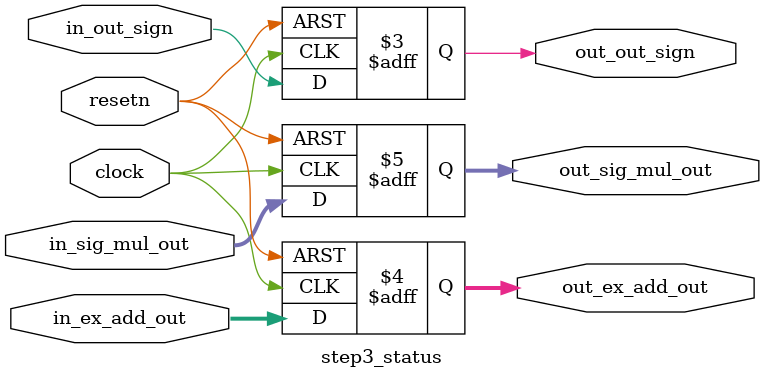
<source format=v>
`timescale 1ns / 1ps
module step3_status(clock, resetn, in_out_sign, in_ex_add_out, in_sig_mul_out, out_out_sign, out_ex_add_out, out_sig_mul_out);
	input clock, resetn;
	
	input in_out_sign;
	input [7:0] in_ex_add_out;
	input [21:0] in_sig_mul_out;
	
	output reg out_out_sign;
	output reg [7:0] out_ex_add_out;
	output reg [21:0] out_sig_mul_out;
	
	always@(posedge clock, negedge resetn) begin
		if(!resetn) begin
			out_out_sign <=0;
			out_ex_add_out <= 0;
			out_sig_mul_out <= 0;
		end
		else begin	
			out_out_sign <= in_out_sign;
			out_ex_add_out <= in_ex_add_out;
			out_sig_mul_out <= in_sig_mul_out;
		end
	end

endmodule 
</source>
